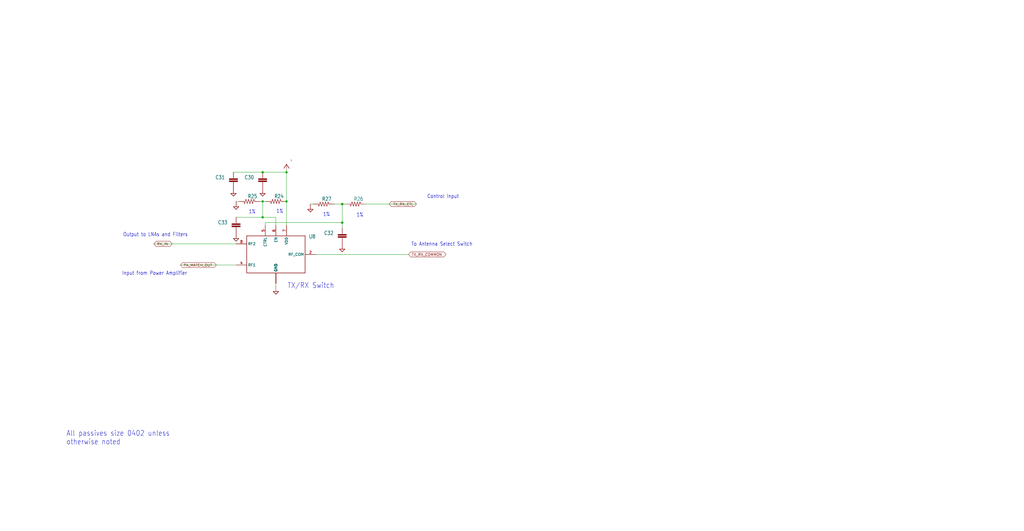
<source format=kicad_sch>
(kicad_sch (version 20211123) (generator eeschema)
  (paper "User" 490.22 254.406)
  (lib_symbols
    (symbol "Bidirectional_Amp-eagle-import:+5V" (power)
      (property "Value" "+5V" (at -2.54 -5.08 90))
      (symbol "+5V_1_0"
        (polyline (pts (xy 0 0) (xy -1.27 -1.905)) (stroke (width 0.254)))
        (polyline (pts (xy 1.27 -1.905) (xy 0 0)) (stroke (width 0.254)))
        (pin power_in line (at 0 -2.54 90) (length 2.54) (name "+5V") (number "1"))
      )
    )
    (symbol "Bidirectional_Amp-eagle-import:C-EU0402-B-NOSILK"
      (property "Reference" "C" (at 1.524 0.381 0))
      (property "Value" "C-EU0402-B-NOSILK" (at 1.524 -4.699 0))
      (symbol "C-EU0402-B-NOSILK_1_0"
        (rectangle (start -2.032 -2.032) (end 2.032 -1.524) (fill (type outline)))
        (rectangle (start -2.032 -1.016) (end 2.032 -0.508) (fill (type outline)))
        (polyline (pts (xy 0 -2.54) (xy 0 -2.032)) (stroke (width 0.1524)))
        (polyline (pts (xy 0 0) (xy 0 -0.508)) (stroke (width 0.1524)))
        (pin passive line (at 0 2.54 270) (length 2.54) (name "1") (number "1"))
        (pin passive line (at 0 -5.08 90) (length 2.54) (name "2") (number "2"))
      )
    )
    (symbol "Bidirectional_Amp-eagle-import:GND" (power)
      (property "Value" "GND" (at -1.905 -3.175 0))
      (symbol "GND_1_0"
        (polyline (pts (xy -1.27 0) (xy 1.27 0)) (stroke (width 0.254)))
        (polyline (pts (xy 0 -1.27) (xy -1.27 0)) (stroke (width 0.254)))
        (polyline (pts (xy 1.27 0) (xy 0 -1.27)) (stroke (width 0.254)))
        (pin power_in line (at 0 2.54 270) (length 2.54) (name "GND") (number "1"))
      )
    )
    (symbol "Bidirectional_Amp-eagle-import:QPC1022"
      (property "Reference" "U" (at -20.32 10.16 0))
      (property "Value" "QPC1022" (at -20.32 -12.7 0))
      (symbol "QPC1022_1_0"
        (polyline (pts (xy -13.97 -8.89) (xy -13.97 8.89)) (stroke (width 0.254)))
        (polyline (pts (xy -13.97 8.89) (xy 13.97 8.89)) (stroke (width 0.254)))
        (polyline (pts (xy 13.97 -8.89) (xy -13.97 -8.89)) (stroke (width 0.254)))
        (polyline (pts (xy 13.97 8.89) (xy 13.97 -8.89)) (stroke (width 0.254)))
        (pin power_in line (at 0 -13.97 90) (length 5.08) (name "GND") (number "1"))
        (pin bidirectional line (at -19.05 0 0) (length 5.08) (name "RF_COM") (number "2"))
        (pin power_in line (at 0 -13.97 90) (length 5.08) (name "GND") (number "3"))
        (pin bidirectional line (at 19.05 -5.08 180) (length 5.08) (name "RF1") (number "4"))
        (pin bidirectional line (at 5.08 13.97 270) (length 5.08) (name "CTRL") (number "5"))
        (pin bidirectional line (at 0 13.97 270) (length 5.08) (name "EN") (number "6"))
        (pin power_in line (at -5.08 13.97 270) (length 5.08) (name "VDD") (number "7"))
        (pin bidirectional line (at 19.05 5.08 180) (length 5.08) (name "RF2") (number "8"))
        (pin power_in line (at 0 -13.97 90) (length 5.08) (name "GND") (number "9"))
      )
    )
    (symbol "Bidirectional_Amp-eagle-import:R-US_0402-B-NOSILK"
      (property "Reference" "R" (at -3.81 1.4986 0))
      (property "Value" "R-US_0402-B-NOSILK" (at -3.81 -3.302 0))
      (symbol "R-US_0402-B-NOSILK_1_0"
        (polyline (pts (xy -2.54 0) (xy -2.159 1.016)) (stroke (width 0.2032)))
        (polyline (pts (xy -2.159 1.016) (xy -1.524 -1.016)) (stroke (width 0.2032)))
        (polyline (pts (xy -1.524 -1.016) (xy -0.889 1.016)) (stroke (width 0.2032)))
        (polyline (pts (xy -0.889 1.016) (xy -0.254 -1.016)) (stroke (width 0.2032)))
        (polyline (pts (xy -0.254 -1.016) (xy 0.381 1.016)) (stroke (width 0.2032)))
        (polyline (pts (xy 0.381 1.016) (xy 1.016 -1.016)) (stroke (width 0.2032)))
        (polyline (pts (xy 1.016 -1.016) (xy 1.651 1.016)) (stroke (width 0.2032)))
        (polyline (pts (xy 1.651 1.016) (xy 2.286 -1.016)) (stroke (width 0.2032)))
        (polyline (pts (xy 2.286 -1.016) (xy 2.54 0)) (stroke (width 0.2032)))
        (pin passive line (at -5.08 0 0) (length 2.54) (name "1") (number "1"))
        (pin passive line (at 5.08 0 180) (length 2.54) (name "2") (number "2"))
      )
    )
  )
  (junction (at 163.83 97.79))
  (junction (at 125.73 96.52))
  (junction (at 163.83 106.68))
  (junction (at 137.16 82.55))
  (junction (at 137.16 96.52))
  (junction (at 125.73 82.55))
  (junction (at 125.73 104.14))
  (wire (pts (xy 137.16 96.52) (xy 137.16 107.95)))
  (wire (pts (xy 165.1 97.79) (xy 163.83 97.79)))
  (wire (pts (xy 137.16 82.55) (xy 137.16 96.52)))
  (wire (pts (xy 125.73 104.14) (xy 113.03 104.14)))
  (wire (pts (xy 125.73 96.52) (xy 124.46 96.52)))
  (wire (pts (xy 127 106.68) (xy 163.83 106.68)))
  (wire (pts (xy 163.83 106.68) (xy 163.83 109.22)))
  (wire (pts (xy 163.83 97.79) (xy 163.83 106.68)))
  (wire (pts (xy 163.83 97.79) (xy 160.02 97.79)))
  (wire (pts (xy 125.73 82.55) (xy 111.76 82.55)))
  (wire (pts (xy 137.16 82.55) (xy 125.73 82.55)))
  (wire (pts (xy 113.03 127) (xy 86.36 127)))
  (wire (pts (xy 113.03 116.84) (xy 73.66 116.84)))
  (wire (pts (xy 175.26 97.79) (xy 199.39 97.79)))
  (wire (pts (xy 137.16 81.28) (xy 137.16 82.55)))
  (wire (pts (xy 132.08 104.14) (xy 132.08 107.95)))
  (wire (pts (xy 148.59 97.79) (xy 149.86 97.79)))
  (wire (pts (xy 132.08 137.16) (xy 132.08 135.89)))
  (wire (pts (xy 114.3 96.52) (xy 113.03 96.52)))
  (wire (pts (xy 127 96.52) (xy 125.73 96.52)))
  (wire (pts (xy 125.73 96.52) (xy 125.73 104.14)))
  (wire (pts (xy 127 107.95) (xy 127 106.68)))
  (wire (pts (xy 125.73 104.14) (xy 132.08 104.14)))
  (wire (pts (xy 151.13 121.92) (xy 195.58 121.92)))
  (text "Output to LNAs and Filters" (at 58.928 113.538 180) (effects (font (size 1.778 1.5113)) (justify left bottom)))
  (text "1%" (at 122.428 102.616 180) (effects (font (size 1.778 1.5113)) (justify right bottom)))
  (text "Input from Power Amplifier" (at 58.42 132.08 180) (effects (font (size 1.778 1.5113)) (justify left bottom)))
  (text "All passives size 0402 unless\notherwise noted" (at 31.75 213.36 180) (effects (font (size 2.54 2.159)) (justify left bottom)))
  (text "1%" (at 173.99 104.14 180) (effects (font (size 1.778 1.5113)) (justify right bottom)))
  (text "TX/RX Switch" (at 160.02 138.43 180) (effects (font (size 2.54 2.159)) (justify right bottom)))
  (text "1%" (at 135.636 102.362 180) (effects (font (size 1.778 1.5113)) (justify right bottom)))
  (text "To Antenna Select Switch" (at 196.85 118.11 180) (effects (font (size 1.778 1.5113)) (justify left bottom)))
  (text "1%" (at 157.988 103.886 180) (effects (font (size 1.778 1.5113)) (justify right bottom)))
  (text "Control Input" (at 204.47 95.25 180) (effects (font (size 1.778 1.5113)) (justify left bottom)))
  (global_label "TX_RX_COMMON" (shape bidirectional) (at 195.58 121.92 0) (effects (font (size 1.2446 1.2446))) (property "Intersheet References" "${INTERSHEET_REFS}" (effects hide)))
  (global_label "RX_IN" (shape bidirectional) (at 73.66 116.84 0) (effects (font (size 1.2446 1.2446))) (property "Intersheet References" "${INTERSHEET_REFS}" (effects hide)))
  (global_label "TX_RX_CTL" (shape bidirectional) (at 199.39 97.79 180) (effects (font (size 1.2446 1.2446))) (property "Intersheet References" "${INTERSHEET_REFS}" (effects hide)))
  (global_label "PA_MATCH_OUT" (shape bidirectional) (at 86.36 127 0) (effects (font (size 1.2446 1.2446))) (property "Intersheet References" "${INTERSHEET_REFS}" (effects hide)))
  (symbol (lib_id "Bidirectional_Amp-eagle-import:QPC1022") (at 132.08 121.92 0) (mirror y) (unit 1)
    (property "Reference" "U8" (at 151.13 114.3 0) (effects (font (size 1.778 1.5113)) (justify left bottom)))
  )
  (symbol (lib_id "Bidirectional_Amp-eagle-import:GND") (at 132.08 139.7 0) (mirror y) (unit 1)
    (property "Reference" "#SUPPLY60" (effects hide))
  )
  (symbol (lib_id "Bidirectional_Amp-eagle-import:R-US_0402-B-NOSILK") (at 154.94 97.79 0) (mirror y) (unit 1)
    (property "Reference" "R27" (at 158.75 96.2914 0) (effects (font (size 1.778 1.5113)) (justify left bottom)))
  )
  (symbol (lib_id "Bidirectional_Amp-eagle-import:C-EU0402-B-NOSILK") (at 163.83 111.76 0) (mirror y) (unit 1)
    (property "Reference" "C32" (at 159.766 112.649 0) (effects (font (size 1.778 1.5113)) (justify left bottom)))
  )
  (symbol (lib_id "Bidirectional_Amp-eagle-import:C-EU0402-B-NOSILK") (at 113.03 106.68 0) (mirror y) (unit 1)
    (property "Reference" "C33" (at 108.966 107.569 0) (effects (font (size 1.778 1.5113)) (justify left bottom)))
  )
  (symbol (lib_id "Bidirectional_Amp-eagle-import:+5V") (at 137.16 78.74 0) (mirror y) (unit 1)
    (property "Reference" "#P+10" (effects hide))
  )
  (symbol (lib_id "Bidirectional_Amp-eagle-import:GND") (at 125.73 92.71 0) (mirror y) (unit 1)
    (property "Reference" "#SUPPLY57" (effects hide))
  )
  (symbol (lib_id "Bidirectional_Amp-eagle-import:GND") (at 111.76 92.71 0) (mirror y) (unit 1)
    (property "Reference" "#SUPPLY55" (effects hide))
  )
  (symbol (lib_id "Bidirectional_Amp-eagle-import:GND") (at 148.59 100.33 0) (mirror y) (unit 1)
    (property "Reference" "#SUPPLY56" (effects hide))
  )
  (symbol (lib_id "Bidirectional_Amp-eagle-import:C-EU0402-B-NOSILK") (at 111.76 85.09 0) (mirror y) (unit 1)
    (property "Reference" "C31" (at 107.696 85.979 0) (effects (font (size 1.778 1.5113)) (justify left bottom)))
  )
  (symbol (lib_id "Bidirectional_Amp-eagle-import:GND") (at 113.03 114.3 0) (mirror y) (unit 1)
    (property "Reference" "#SUPPLY62" (effects hide))
  )
  (symbol (lib_id "Bidirectional_Amp-eagle-import:C-EU0402-B-NOSILK") (at 125.73 85.09 0) (mirror y) (unit 1)
    (property "Reference" "C30" (at 121.666 85.979 0) (effects (font (size 1.778 1.5113)) (justify left bottom)))
  )
  (symbol (lib_id "Bidirectional_Amp-eagle-import:GND") (at 163.83 119.38 0) (mirror y) (unit 1)
    (property "Reference" "#SUPPLY61" (effects hide))
  )
  (symbol (lib_id "Bidirectional_Amp-eagle-import:R-US_0402-B-NOSILK") (at 132.08 96.52 0) (mirror y) (unit 1)
    (property "Reference" "R24" (at 135.89 95.0214 0) (effects (font (size 1.778 1.5113)) (justify left bottom)))
  )
  (symbol (lib_id "Bidirectional_Amp-eagle-import:R-US_0402-B-NOSILK") (at 119.38 96.52 0) (mirror y) (unit 1)
    (property "Reference" "R25" (at 123.19 95.0214 0) (effects (font (size 1.778 1.5113)) (justify left bottom)))
  )
  (symbol (lib_id "Bidirectional_Amp-eagle-import:R-US_0402-B-NOSILK") (at 170.18 97.79 0) (mirror y) (unit 1)
    (property "Reference" "R26" (at 173.99 96.2914 0) (effects (font (size 1.778 1.5113)) (justify left bottom)))
  )
  (symbol (lib_id "Bidirectional_Amp-eagle-import:GND") (at 113.03 99.06 0) (mirror y) (unit 1)
    (property "Reference" "#SUPPLY54" (effects hide))
  )
)
</source>
